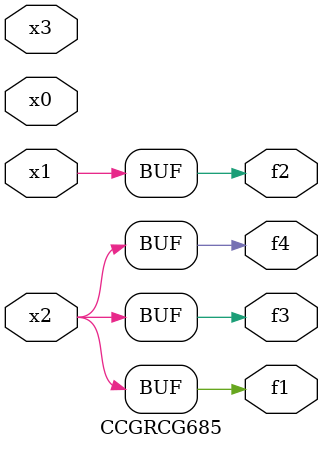
<source format=v>
module CCGRCG685(
	input x0, x1, x2, x3,
	output f1, f2, f3, f4
);
	assign f1 = x2;
	assign f2 = x1;
	assign f3 = x2;
	assign f4 = x2;
endmodule

</source>
